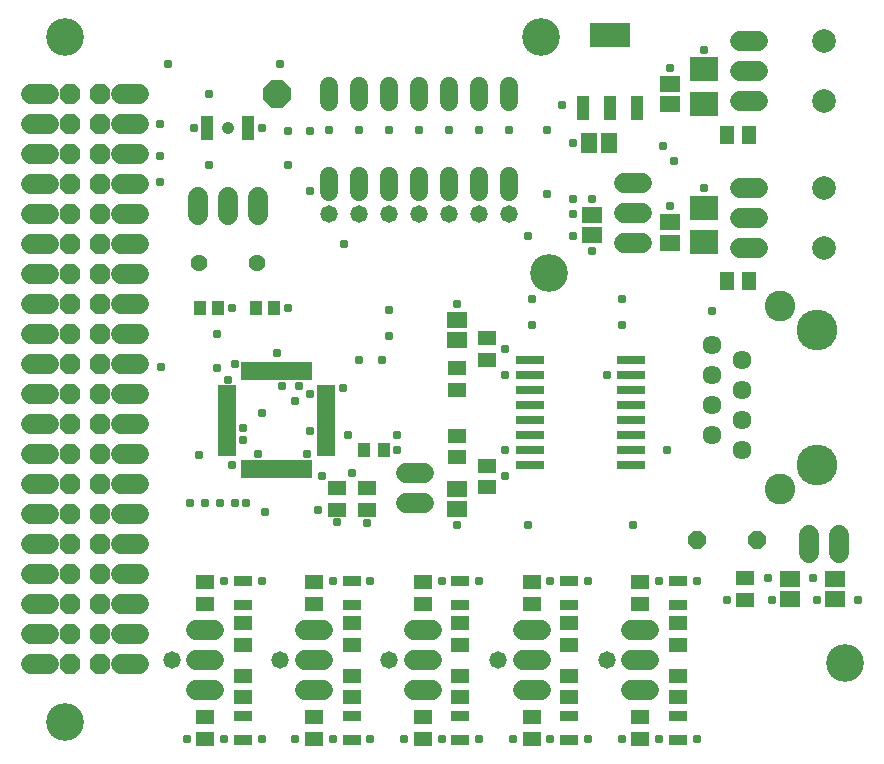
<source format=gbr>
G04 EAGLE Gerber RS-274X export*
G75*
%MOMM*%
%FSLAX34Y34*%
%LPD*%
%INSoldermask Top*%
%IPPOS*%
%AMOC8*
5,1,8,0,0,1.08239X$1,22.5*%
G01*
G04 Define Apertures*
%ADD10C,3.203200*%
%ADD11R,1.124100X1.173400*%
%ADD12R,1.668500X1.367800*%
%ADD13P,1.64956X8X22.5*%
%ADD14R,1.367800X1.668500*%
%ADD15R,2.406800X1.998700*%
%ADD16R,1.565000X0.965000*%
%ADD17C,1.727200*%
%ADD18R,1.623400X1.234400*%
%ADD19R,1.234400X1.623400*%
%ADD20R,1.001900X1.177100*%
%ADD21C,1.524000*%
%ADD22R,1.003200X2.003200*%
%ADD23C,1.053200*%
%ADD24C,1.473200*%
%ADD25P,2.55682X8X22.5*%
%ADD26R,1.549400X0.482600*%
%ADD27R,0.482600X1.549400*%
%ADD28R,2.463800X0.660400*%
%ADD29P,1.8695X8X292.5*%
%ADD30C,3.453200*%
%ADD31C,2.603200*%
%ADD32C,1.611200*%
%ADD33C,1.433200*%
%ADD34C,2.003200*%
%ADD35R,1.101100X2.063500*%
%ADD36R,3.392300X2.063500*%
%ADD37P,0.819586X8X22.5*%
D10*
X40000Y620000D03*
X40000Y40000D03*
X450000Y420000D03*
X442700Y620000D03*
X700000Y90000D03*
D11*
X201804Y390525D03*
X217296Y390525D03*
D12*
X654050Y161154D03*
X654050Y143646D03*
X371475Y362721D03*
X371475Y380229D03*
X371475Y237354D03*
X371475Y219846D03*
D11*
X154179Y390525D03*
X169671Y390525D03*
D12*
X692150Y161154D03*
X692150Y143646D03*
D13*
X574675Y193675D03*
X625475Y193675D03*
D12*
X552450Y562746D03*
X552450Y580254D03*
D14*
X500879Y530225D03*
X483371Y530225D03*
D12*
X552450Y445271D03*
X552450Y462779D03*
D15*
X581025Y563251D03*
X581025Y592449D03*
X581025Y445776D03*
X581025Y474974D03*
D12*
X485775Y469129D03*
X485775Y451621D03*
D16*
X374650Y138975D03*
X374650Y159475D03*
X282575Y24675D03*
X282575Y45175D03*
X374650Y24675D03*
X374650Y45175D03*
X466725Y138975D03*
X466725Y159475D03*
X466725Y24675D03*
X466725Y45175D03*
X558800Y138975D03*
X558800Y159475D03*
X558800Y24675D03*
X558800Y45175D03*
X190500Y138975D03*
X190500Y159475D03*
X190500Y24675D03*
X190500Y45175D03*
X282575Y138975D03*
X282575Y159475D03*
D17*
X166370Y66675D02*
X151130Y66675D01*
X151130Y92075D02*
X166370Y92075D01*
X166370Y117475D02*
X151130Y117475D01*
X243205Y66675D02*
X258445Y66675D01*
X258445Y92075D02*
X243205Y92075D01*
X243205Y117475D02*
X258445Y117475D01*
X335280Y66675D02*
X350520Y66675D01*
X350520Y92075D02*
X335280Y92075D01*
X335280Y117475D02*
X350520Y117475D01*
X427355Y66675D02*
X442595Y66675D01*
X442595Y92075D02*
X427355Y92075D01*
X427355Y117475D02*
X442595Y117475D01*
X519430Y66675D02*
X534670Y66675D01*
X534670Y92075D02*
X519430Y92075D01*
X519430Y117475D02*
X534670Y117475D01*
X528320Y445096D02*
X513080Y445096D01*
X513080Y470496D02*
X528320Y470496D01*
X528320Y495896D02*
X513080Y495896D01*
D18*
X342900Y158420D03*
X342900Y140030D03*
X434975Y158420D03*
X434975Y140030D03*
X466725Y123495D03*
X466725Y105105D03*
X434975Y25730D03*
X434975Y44120D03*
X466725Y60655D03*
X466725Y79045D03*
X527050Y158420D03*
X527050Y140030D03*
X558800Y123495D03*
X558800Y105105D03*
X374650Y123495D03*
X374650Y105105D03*
X527050Y25730D03*
X527050Y44120D03*
X558800Y60655D03*
X558800Y79045D03*
X250825Y158420D03*
X250825Y140030D03*
X282575Y123495D03*
X282575Y105105D03*
X250825Y25730D03*
X250825Y44120D03*
X282575Y60655D03*
X282575Y79045D03*
X158750Y158420D03*
X158750Y140030D03*
X190500Y123495D03*
X190500Y105105D03*
X158750Y25730D03*
X158750Y44120D03*
X190500Y60655D03*
X190500Y79045D03*
X342900Y25730D03*
X342900Y44120D03*
D19*
X600405Y536575D03*
X618795Y536575D03*
X600405Y412750D03*
X618795Y412750D03*
D18*
X615950Y143205D03*
X615950Y161595D03*
X396875Y364795D03*
X396875Y346405D03*
X371475Y339395D03*
X371475Y321005D03*
X371475Y263855D03*
X371475Y282245D03*
X374650Y60655D03*
X374650Y79045D03*
X396875Y238455D03*
X396875Y256845D03*
X269875Y219405D03*
X269875Y237795D03*
X295275Y219405D03*
X295275Y237795D03*
D20*
X309777Y269875D03*
X293473Y269875D03*
D21*
X415925Y564896D02*
X415925Y578104D01*
X390525Y578104D02*
X390525Y564896D01*
X263525Y564896D02*
X263525Y578104D01*
X263525Y501904D02*
X263525Y488696D01*
X365125Y564896D02*
X365125Y578104D01*
X339725Y578104D02*
X339725Y564896D01*
X288925Y564896D02*
X288925Y578104D01*
X314325Y578104D02*
X314325Y564896D01*
X288925Y501904D02*
X288925Y488696D01*
X314325Y488696D02*
X314325Y501904D01*
X339725Y501904D02*
X339725Y488696D01*
X365125Y488696D02*
X365125Y501904D01*
X390525Y501904D02*
X390525Y488696D01*
X415925Y488696D02*
X415925Y501904D01*
D22*
X160300Y542925D03*
X195300Y542925D03*
D23*
X177800Y542925D03*
D24*
X339725Y469900D03*
X314325Y469900D03*
X288925Y469900D03*
X263525Y469900D03*
D25*
X219075Y571500D03*
D24*
X130175Y92075D03*
X222250Y92075D03*
X314325Y92075D03*
X406400Y92075D03*
X498475Y92075D03*
X390525Y469900D03*
X415925Y469900D03*
X365125Y469900D03*
D26*
X177292Y322775D03*
X177292Y317775D03*
X177292Y312775D03*
X177292Y307775D03*
X177292Y302775D03*
X177292Y297775D03*
X177292Y292775D03*
X177292Y287775D03*
X177292Y282775D03*
X177292Y277775D03*
X177292Y272775D03*
X177292Y267775D03*
D27*
X191575Y253492D03*
X196575Y253492D03*
X201575Y253492D03*
X206575Y253492D03*
X211575Y253492D03*
X216575Y253492D03*
X221575Y253492D03*
X226575Y253492D03*
X231575Y253492D03*
X236575Y253492D03*
X241575Y253492D03*
X246575Y253492D03*
D26*
X260858Y267775D03*
X260858Y272775D03*
X260858Y277775D03*
X260858Y282775D03*
X260858Y287775D03*
X260858Y292775D03*
X260858Y297775D03*
X260858Y302775D03*
X260858Y307775D03*
X260858Y312775D03*
X260858Y317775D03*
X260858Y322775D03*
D27*
X246575Y337058D03*
X241575Y337058D03*
X236575Y337058D03*
X231575Y337058D03*
X226575Y337058D03*
X221575Y337058D03*
X216575Y337058D03*
X211575Y337058D03*
X206575Y337058D03*
X201575Y337058D03*
X196575Y337058D03*
X191575Y337058D03*
D28*
X433705Y346075D03*
X433705Y333375D03*
X433705Y320675D03*
X433705Y307975D03*
X433705Y295275D03*
X433705Y282575D03*
X433705Y269875D03*
X433705Y257175D03*
X518795Y257175D03*
X518795Y269875D03*
X518795Y282575D03*
X518795Y295275D03*
X518795Y307975D03*
X518795Y320675D03*
X518795Y333375D03*
X518795Y346075D03*
D29*
X44450Y571500D03*
X69850Y571500D03*
X44450Y546100D03*
X69850Y546100D03*
X44450Y520700D03*
X69850Y520700D03*
X44450Y495300D03*
X69850Y495300D03*
X44450Y469900D03*
X69850Y469900D03*
X44450Y444500D03*
X69850Y444500D03*
X44450Y419100D03*
X69850Y419100D03*
X44450Y393700D03*
X69850Y393700D03*
X44450Y368300D03*
X69850Y368300D03*
X44450Y342900D03*
X69850Y342900D03*
X44450Y317500D03*
X69850Y317500D03*
X44450Y292100D03*
X69850Y292100D03*
X44450Y266700D03*
X69850Y266700D03*
X44450Y241300D03*
X69850Y241300D03*
X44450Y215900D03*
X69850Y215900D03*
X44450Y190500D03*
X69850Y190500D03*
X44450Y165100D03*
X69850Y165100D03*
X44450Y139700D03*
X69850Y139700D03*
X44450Y114300D03*
X69850Y114300D03*
X44450Y88900D03*
X69850Y88900D03*
D17*
X87630Y571500D02*
X102870Y571500D01*
X102870Y546100D02*
X87630Y546100D01*
X87630Y520700D02*
X102870Y520700D01*
X102870Y495300D02*
X87630Y495300D01*
X87630Y469900D02*
X102870Y469900D01*
X102870Y444500D02*
X87630Y444500D01*
X87630Y419100D02*
X102870Y419100D01*
X102870Y393700D02*
X87630Y393700D01*
X87630Y368300D02*
X102870Y368300D01*
X102870Y342900D02*
X87630Y342900D01*
X87630Y317500D02*
X102870Y317500D01*
X102870Y292100D02*
X87630Y292100D01*
X87630Y266700D02*
X102870Y266700D01*
X102870Y241300D02*
X87630Y241300D01*
X87630Y215900D02*
X102870Y215900D01*
X102870Y190500D02*
X87630Y190500D01*
X87630Y165100D02*
X102870Y165100D01*
X102870Y139700D02*
X87630Y139700D01*
X87630Y114300D02*
X102870Y114300D01*
X102870Y88900D02*
X87630Y88900D01*
X611505Y615950D02*
X626745Y615950D01*
X626745Y590550D02*
X611505Y590550D01*
X611505Y565150D02*
X626745Y565150D01*
X626745Y492125D02*
X611505Y492125D01*
X611505Y466725D02*
X626745Y466725D01*
X626745Y441325D02*
X611505Y441325D01*
X152400Y468630D02*
X152400Y483870D01*
X177800Y483870D02*
X177800Y468630D01*
X203200Y468630D02*
X203200Y483870D01*
D30*
X676275Y371475D03*
X676275Y257175D03*
D31*
X645775Y391775D03*
X645775Y236875D03*
D32*
X587375Y358775D03*
X612775Y346075D03*
X587375Y333375D03*
X587375Y307975D03*
X587375Y282575D03*
X612775Y320675D03*
X612775Y295275D03*
X612775Y269875D03*
D17*
X669925Y198120D02*
X669925Y182880D01*
X695325Y182880D02*
X695325Y198120D01*
X26670Y571500D02*
X11430Y571500D01*
X11430Y546100D02*
X26670Y546100D01*
X26670Y520700D02*
X11430Y520700D01*
X11430Y495300D02*
X26670Y495300D01*
X26670Y469900D02*
X11430Y469900D01*
X11430Y444500D02*
X26670Y444500D01*
X26670Y419100D02*
X11430Y419100D01*
X11430Y393700D02*
X26670Y393700D01*
X26670Y368300D02*
X11430Y368300D01*
X11430Y342900D02*
X26670Y342900D01*
X26670Y317500D02*
X11430Y317500D01*
X11430Y292100D02*
X26670Y292100D01*
X26670Y266700D02*
X11430Y266700D01*
X11430Y241300D02*
X26670Y241300D01*
X26670Y215900D02*
X11430Y215900D01*
X11430Y190500D02*
X26670Y190500D01*
X26670Y165100D02*
X11430Y165100D01*
X11430Y139700D02*
X26670Y139700D01*
X26670Y114300D02*
X11430Y114300D01*
X11430Y88900D02*
X26670Y88900D01*
D33*
X202200Y428625D03*
X153400Y428625D03*
D34*
X682625Y615950D03*
X682625Y565150D03*
X682625Y492125D03*
X682625Y441325D03*
D17*
X344170Y250825D02*
X328930Y250825D01*
X328930Y225425D02*
X344170Y225425D01*
D35*
X478650Y559800D03*
X501650Y559800D03*
X524650Y559800D03*
D36*
X501650Y621300D03*
D37*
X180975Y257175D03*
X257175Y247650D03*
X146050Y224790D03*
X158750Y224790D03*
X171450Y224790D03*
X184150Y224790D03*
X193645Y224790D03*
X223520Y323850D03*
X206375Y542925D03*
X120650Y546100D03*
X174625Y158750D03*
X206375Y158750D03*
X469900Y469900D03*
X469900Y482600D03*
X485775Y482600D03*
X365125Y541020D03*
X339725Y541020D03*
X314325Y541020D03*
X288925Y541020D03*
X263525Y541020D03*
X266700Y158750D03*
X298450Y158750D03*
X358775Y158750D03*
X390525Y158750D03*
X450850Y158750D03*
X482600Y158750D03*
X542925Y158750D03*
X574675Y158750D03*
X320675Y269875D03*
X168275Y368300D03*
X307975Y346075D03*
X203200Y266700D03*
X121136Y340211D03*
X184150Y342900D03*
X161925Y571500D03*
X228600Y511175D03*
X447675Y487045D03*
X434975Y375920D03*
X511175Y375920D03*
X434975Y398145D03*
X511175Y398145D03*
X314325Y388620D03*
X314325Y366395D03*
X447675Y541020D03*
X228600Y539750D03*
X120650Y518795D03*
X120650Y496570D03*
X142875Y25400D03*
X206375Y25400D03*
X234950Y25400D03*
X298450Y25400D03*
X390525Y25400D03*
X482600Y25400D03*
X574675Y25400D03*
X600075Y142875D03*
X638175Y142875D03*
X676275Y142875D03*
X320675Y282575D03*
X581025Y492125D03*
X552450Y476250D03*
X485775Y438150D03*
X469900Y450850D03*
X469900Y530225D03*
X581025Y608753D03*
X552450Y593725D03*
X180975Y390525D03*
X228600Y390525D03*
X161925Y511175D03*
X390525Y541020D03*
X415925Y541020D03*
X288925Y346075D03*
X511175Y25400D03*
X419100Y25400D03*
X327025Y25400D03*
X412750Y355600D03*
X412750Y247650D03*
X371475Y206375D03*
X371475Y393700D03*
X247650Y317500D03*
X247650Y285750D03*
X149225Y542925D03*
X153670Y265430D03*
X254000Y219075D03*
X190500Y278130D03*
X209550Y217170D03*
X206375Y301625D03*
X168275Y339725D03*
X431800Y206375D03*
X520700Y206375D03*
X276225Y444500D03*
X431800Y450850D03*
X127000Y596900D03*
X222250Y596900D03*
X247650Y539750D03*
X460375Y561975D03*
X174625Y25400D03*
X266700Y25400D03*
X358775Y25400D03*
X450850Y25400D03*
X542925Y25400D03*
X711200Y142875D03*
X247650Y488950D03*
X546100Y527050D03*
X177800Y328930D03*
X219075Y352425D03*
X238125Y323850D03*
X282575Y250825D03*
X244475Y266700D03*
X279400Y282575D03*
X234950Y311150D03*
X190500Y288290D03*
X275590Y322580D03*
X555625Y514350D03*
X587375Y387350D03*
X635000Y161925D03*
X673100Y161925D03*
X412750Y333375D03*
X412750Y269875D03*
X549275Y269875D03*
X498475Y333375D03*
X269875Y208924D03*
X295910Y208280D03*
M02*

</source>
